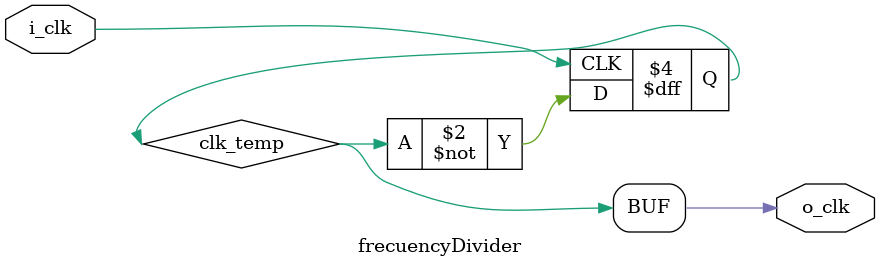
<source format=sv>
module frecuencyDivider(
	input wire i_clk,
   output wire o_clk
);	
	reg clk_temp = 0;
	
	always_ff@(posedge i_clk)
	begin
		clk_temp <= ~o_clk;
	end
	
	assign o_clk = clk_temp;
endmodule
</source>
